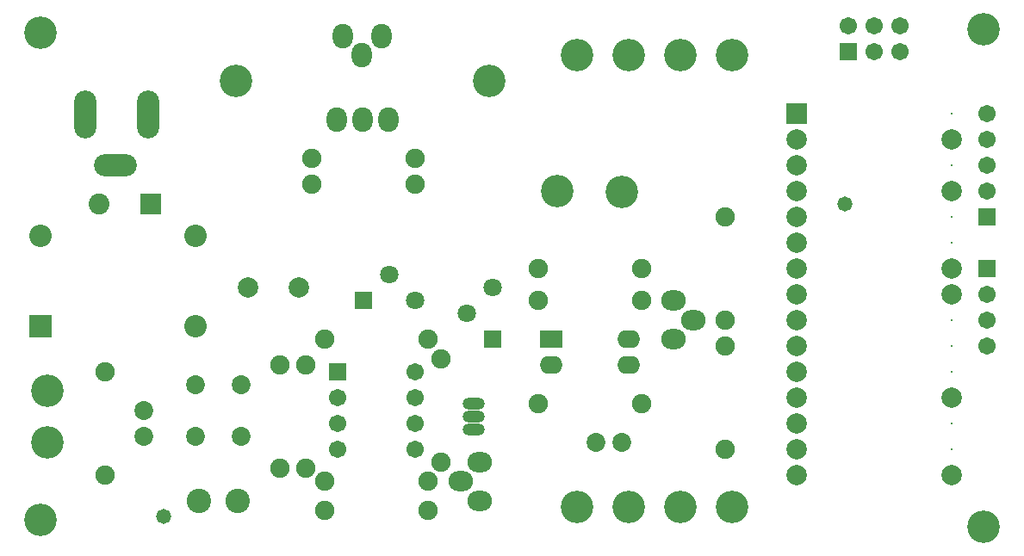
<source format=gts>
%FSLAX25Y25*%
%MOIN*%
G70*
G01*
G75*
G04 Layer_Color=8388736*
%ADD10C,0.02500*%
%ADD11C,0.01500*%
%ADD12C,0.10000*%
%ADD13O,0.07874X0.17716*%
%ADD14O,0.15748X0.07874*%
%ADD15C,0.06500*%
%ADD16C,0.11811*%
%ADD17R,0.05906X0.05906*%
%ADD18C,0.05906*%
%ADD19C,0.08661*%
%ADD20C,0.07087*%
%ADD21R,0.07087X0.07087*%
%ADD22R,0.05906X0.05906*%
%ADD23C,0.06693*%
%ADD24R,0.08000X0.06000*%
%ADD25O,0.08000X0.06000*%
%ADD26O,0.07874X0.03937*%
%ADD27O,0.07874X0.03937*%
%ADD28O,0.08661X0.07087*%
%ADD29C,0.06299*%
%ADD30R,0.06299X0.06299*%
%ADD31O,0.07087X0.08661*%
%ADD32R,0.07284X0.07284*%
%ADD33C,0.07284*%
%ADD34C,0.07874*%
%ADD35R,0.07874X0.07874*%
%ADD36R,0.06299X0.06299*%
%ADD37C,0.05000*%
%ADD38R,0.00787X0.00787*%
%ADD39C,0.00787*%
%ADD40C,0.01000*%
%ADD41C,0.00984*%
%ADD42C,0.02362*%
%ADD43C,0.01200*%
%ADD44C,0.02000*%
%ADD45C,0.05906*%
%ADD46C,0.01969*%
%ADD47C,0.03937*%
%ADD48C,0.00500*%
%ADD49C,0.00400*%
%ADD50C,0.00800*%
%ADD51C,0.00700*%
%ADD52R,0.20000X0.25000*%
%ADD53O,0.08674X0.18517*%
%ADD54O,0.16548X0.08674*%
%ADD55C,0.07300*%
%ADD56C,0.12611*%
%ADD57R,0.06706X0.06706*%
%ADD58C,0.06706*%
%ADD59C,0.09461*%
%ADD60C,0.00800*%
%ADD61C,0.07887*%
%ADD62R,0.07887X0.07887*%
%ADD63R,0.06706X0.06706*%
%ADD64C,0.07493*%
%ADD65R,0.08800X0.06800*%
%ADD66O,0.08800X0.06800*%
%ADD67O,0.08674X0.04737*%
%ADD68O,0.08674X0.04737*%
%ADD69O,0.09461X0.07887*%
%ADD70C,0.07099*%
%ADD71R,0.07099X0.07099*%
%ADD72O,0.07887X0.09461*%
%ADD73R,0.08083X0.08083*%
%ADD74C,0.08083*%
%ADD75C,0.08674*%
%ADD76R,0.08674X0.08674*%
%ADD77R,0.07099X0.07099*%
%ADD78C,0.05800*%
D53*
X54036Y169685D02*
D03*
X29626D02*
D03*
D54*
X41437Y150000D02*
D03*
D55*
X52500Y55000D02*
D03*
Y45000D02*
D03*
X227500Y42500D02*
D03*
X237500D02*
D03*
X90000Y45000D02*
D03*
Y65000D02*
D03*
X72500D02*
D03*
Y45000D02*
D03*
D56*
X377500Y202500D02*
D03*
Y10000D02*
D03*
X12500Y12500D02*
D03*
Y201250D02*
D03*
X260000Y17500D02*
D03*
X240000D02*
D03*
X220000D02*
D03*
X280000D02*
D03*
X212500Y140000D02*
D03*
X237500Y139500D02*
D03*
X260000Y192500D02*
D03*
X280000D02*
D03*
X240000D02*
D03*
X220000D02*
D03*
X186250Y182500D02*
D03*
X88125D02*
D03*
X15000Y62500D02*
D03*
Y42500D02*
D03*
D57*
X378750Y130000D02*
D03*
Y110000D02*
D03*
D58*
Y140000D02*
D03*
Y150000D02*
D03*
Y160000D02*
D03*
Y170000D02*
D03*
X325000Y203750D02*
D03*
X335000Y193750D02*
D03*
Y203750D02*
D03*
X345000Y193750D02*
D03*
Y203750D02*
D03*
X127500Y60000D02*
D03*
Y50000D02*
D03*
Y40000D02*
D03*
X157500Y70000D02*
D03*
Y60000D02*
D03*
Y50000D02*
D03*
Y40000D02*
D03*
X378750Y80000D02*
D03*
Y90000D02*
D03*
Y100000D02*
D03*
D59*
X73750Y20000D02*
D03*
X88750D02*
D03*
D60*
X365000Y170000D02*
D03*
Y150000D02*
D03*
Y130000D02*
D03*
Y120000D02*
D03*
Y90000D02*
D03*
Y80000D02*
D03*
Y70000D02*
D03*
Y50000D02*
D03*
Y40000D02*
D03*
D61*
Y160000D02*
D03*
Y140000D02*
D03*
Y110000D02*
D03*
Y100000D02*
D03*
Y60000D02*
D03*
Y30000D02*
D03*
X305000D02*
D03*
Y40000D02*
D03*
Y50000D02*
D03*
Y60000D02*
D03*
Y70000D02*
D03*
Y80000D02*
D03*
Y90000D02*
D03*
Y100000D02*
D03*
Y110000D02*
D03*
Y120000D02*
D03*
Y130000D02*
D03*
Y140000D02*
D03*
Y150000D02*
D03*
Y160000D02*
D03*
X112343Y102500D02*
D03*
X92658D02*
D03*
D62*
X305000Y170000D02*
D03*
D63*
X325000Y193750D02*
D03*
X127500Y70000D02*
D03*
D64*
X122500Y16250D02*
D03*
X162500D02*
D03*
X277500Y40000D02*
D03*
Y80000D02*
D03*
X245000Y110000D02*
D03*
X205000D02*
D03*
X277500Y130000D02*
D03*
Y90000D02*
D03*
X245000Y57500D02*
D03*
X205000D02*
D03*
X245000Y97500D02*
D03*
X205000D02*
D03*
X167500Y75000D02*
D03*
Y35000D02*
D03*
X162500Y27500D02*
D03*
X122500D02*
D03*
X115000Y32500D02*
D03*
Y72500D02*
D03*
X105000D02*
D03*
Y32500D02*
D03*
X162500Y82500D02*
D03*
X122500D02*
D03*
X157500Y142500D02*
D03*
X117500D02*
D03*
Y152500D02*
D03*
X157500D02*
D03*
X37500Y30000D02*
D03*
Y70000D02*
D03*
D65*
X210000Y82500D02*
D03*
D66*
X240000D02*
D03*
X210000Y72500D02*
D03*
X240000D02*
D03*
D67*
X180000Y47500D02*
D03*
D68*
Y52500D02*
D03*
Y57500D02*
D03*
D69*
X182500Y20000D02*
D03*
X175000Y27500D02*
D03*
X182500Y35000D02*
D03*
X257500Y97500D02*
D03*
X265000Y90000D02*
D03*
X257500Y82500D02*
D03*
D70*
X157500Y97500D02*
D03*
X147500Y107500D02*
D03*
X187500Y102500D02*
D03*
X177500Y92500D02*
D03*
D71*
X137500Y97500D02*
D03*
D72*
X147250Y167500D02*
D03*
X137250D02*
D03*
X127250D02*
D03*
X144375Y200000D02*
D03*
X136875Y192500D02*
D03*
X129375Y200000D02*
D03*
D73*
X55000Y135000D02*
D03*
D74*
X35000D02*
D03*
D75*
X72500Y87500D02*
D03*
Y122500D02*
D03*
X12500D02*
D03*
D76*
Y87500D02*
D03*
D77*
X187500Y82500D02*
D03*
D78*
X323750Y135000D02*
D03*
X60000Y13750D02*
D03*
M02*

</source>
